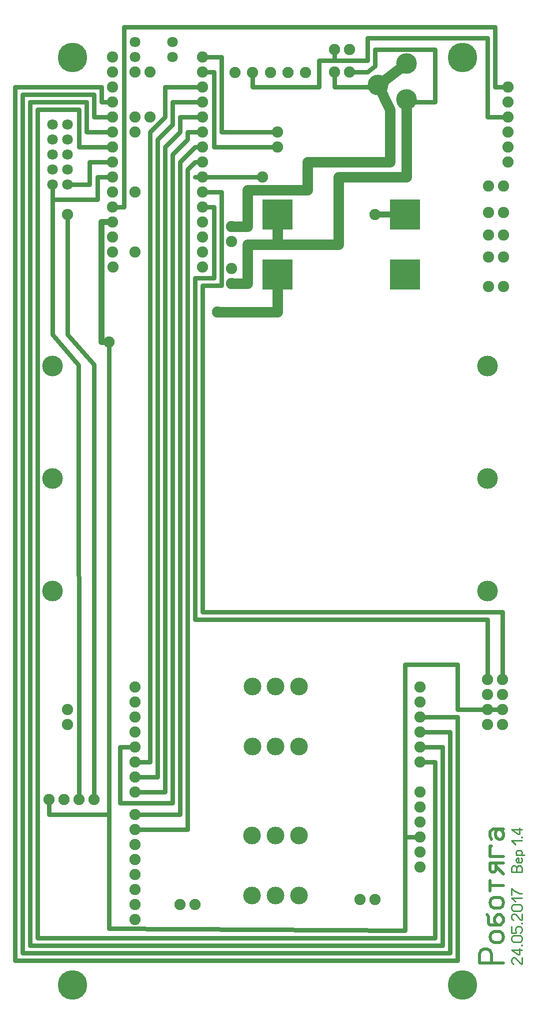
<source format=gbr>
%FSLAX34Y34*%
%MOMM*%
%LNCOPPER_TOP*%
G71*
G01*
%ADD10C, 5.00*%
%ADD11C, 1.80*%
%ADD12C, 0.80*%
%ADD13C, 1.90*%
%ADD14C, 1.90*%
%ADD15C, 0.22*%
%ADD16C, 1.80*%
%ADD17C, 0.50*%
%ADD18C, 3.50*%
%ADD19C, 3.00*%
%ADD20C, 1.80*%
%ADD21C, 1.00*%
%ADD22R, 5.08X5.08*%
%LPD*%
X110000Y-1635000D02*
G54D10*
D03*
X770000Y-1635000D02*
G54D10*
D03*
X101600Y-228600D02*
G54D11*
D03*
X101500Y-279400D02*
G54D11*
D03*
G54D12*
X177800Y-241300D02*
X138925Y-241300D01*
X138925Y-279400D01*
X101500Y-279400D01*
G54D12*
X330200Y-114300D02*
X266700Y-114300D01*
X266700Y-165100D01*
X241300Y-190500D01*
X241300Y-1257300D01*
X215900Y-1257300D01*
G54D12*
X330200Y-139700D02*
X279400Y-139700D01*
X279400Y-177800D01*
X254000Y-203200D01*
X254000Y-1282700D01*
X215900Y-1282700D01*
G54D12*
X215900Y-1308100D02*
X266700Y-1308100D01*
X266700Y-215900D01*
X292100Y-190500D01*
X292100Y-165100D01*
X330200Y-165100D01*
G54D12*
X215900Y-1231900D02*
X190500Y-1231900D01*
X190500Y-1295400D01*
X190500Y-1327150D01*
X279400Y-1327150D01*
X279400Y-228600D01*
X304800Y-203200D01*
X304800Y-190500D01*
X330200Y-190500D01*
G54D12*
X215900Y-1346200D02*
X292100Y-1346200D01*
X292100Y-241300D01*
X317500Y-215900D01*
X330200Y-215900D01*
G54D12*
X330200Y-241300D02*
X317500Y-241300D01*
X304800Y-254000D01*
X304800Y-1371600D01*
X215900Y-1371600D01*
X215900Y-292100D02*
G54D13*
D03*
X215900Y-393700D02*
G54D13*
D03*
X384650Y-90400D02*
G54D14*
D03*
X414650Y-90400D02*
G54D14*
D03*
X444650Y-90400D02*
G54D14*
D03*
X474650Y-90400D02*
G54D14*
D03*
X504650Y-90400D02*
G54D14*
D03*
X698500Y-1130300D02*
G54D13*
D03*
X698500Y-1155700D02*
G54D13*
D03*
X698500Y-1181100D02*
G54D13*
D03*
X698500Y-1206500D02*
G54D13*
D03*
X698500Y-1231900D02*
G54D13*
D03*
X698500Y-1257300D02*
G54D13*
D03*
X698500Y-1308100D02*
G54D13*
D03*
X698500Y-1333500D02*
G54D13*
D03*
X698500Y-1358900D02*
G54D13*
D03*
X698500Y-1384300D02*
G54D13*
D03*
X698500Y-1409700D02*
G54D13*
D03*
X698500Y-1435100D02*
G54D13*
D03*
X215900Y-1130300D02*
G54D13*
D03*
X215900Y-1155700D02*
G54D13*
D03*
X215900Y-1181100D02*
G54D13*
D03*
X215900Y-1206500D02*
G54D13*
D03*
X215900Y-1231900D02*
G54D13*
D03*
X215900Y-1257300D02*
G54D13*
D03*
X215900Y-1282700D02*
G54D13*
D03*
X215900Y-1308100D02*
G54D13*
D03*
X215900Y-1346200D02*
G54D13*
D03*
X215900Y-1371600D02*
G54D13*
D03*
X215900Y-1397000D02*
G54D13*
D03*
X215900Y-1422400D02*
G54D13*
D03*
X215900Y-1447800D02*
G54D13*
D03*
X215900Y-1473200D02*
G54D13*
D03*
X215900Y-1498600D02*
G54D13*
D03*
X215900Y-1524000D02*
G54D13*
D03*
G54D12*
X171450Y-546100D02*
X171450Y-1539875D01*
X673100Y-1543050D01*
X673100Y-1384300D01*
X698500Y-1384300D01*
X846900Y-114300D02*
G54D13*
D03*
X846900Y-139700D02*
G54D13*
D03*
X846900Y-165100D02*
G54D13*
D03*
X846900Y-190500D02*
G54D13*
D03*
X846900Y-215900D02*
G54D13*
D03*
X846900Y-241300D02*
G54D13*
D03*
X177800Y-63500D02*
G54D13*
D03*
X177800Y-88900D02*
G54D13*
D03*
X177800Y-114300D02*
G54D13*
D03*
X177800Y-139700D02*
G54D13*
D03*
X177800Y-165100D02*
G54D13*
D03*
X177800Y-190500D02*
G54D13*
D03*
X177800Y-215900D02*
G54D13*
D03*
X177800Y-241300D02*
G54D13*
D03*
X177800Y-266700D02*
G54D13*
D03*
X177800Y-292100D02*
G54D13*
D03*
X177800Y-317500D02*
G54D13*
D03*
X177800Y-342900D02*
G54D13*
D03*
X177800Y-368300D02*
G54D13*
D03*
X177800Y-393700D02*
G54D13*
D03*
X178600Y-419100D02*
G54D13*
D03*
X330200Y-63500D02*
G54D13*
D03*
X330200Y-114300D02*
G54D13*
D03*
X330200Y-139700D02*
G54D13*
D03*
X330200Y-165100D02*
G54D13*
D03*
X330200Y-190500D02*
G54D13*
D03*
X330200Y-215900D02*
G54D13*
D03*
X330200Y-241300D02*
G54D13*
D03*
X330200Y-266700D02*
G54D13*
D03*
X330200Y-292100D02*
G54D13*
D03*
X330200Y-317500D02*
G54D13*
D03*
X330200Y-342900D02*
G54D13*
D03*
X330200Y-368300D02*
G54D13*
D03*
X330200Y-393700D02*
G54D13*
D03*
X330200Y-419100D02*
G54D13*
D03*
X330200Y-88900D02*
G54D13*
D03*
G54D12*
X698500Y-1257300D02*
X723900Y-1257300D01*
X723900Y-1555750D01*
X50800Y-1555750D01*
X50800Y-152400D01*
X120650Y-152400D01*
X120650Y-215900D01*
X177800Y-215900D01*
G54D12*
X698500Y-1231900D02*
X736600Y-1231900D01*
X736600Y-1568450D01*
X38100Y-1568450D01*
X38100Y-139700D01*
X133350Y-139700D01*
X133350Y-190500D01*
X177800Y-190500D01*
G54D12*
X177800Y-165100D02*
X146050Y-165100D01*
X146050Y-127000D01*
X25400Y-127000D01*
X25400Y-1581150D01*
X749300Y-1581150D01*
X749300Y-1206500D01*
X698500Y-1206500D01*
G54D12*
X698500Y-1181100D02*
X762000Y-1181100D01*
X762000Y-1593850D01*
X12700Y-1593850D01*
X12700Y-114300D01*
X158750Y-114300D01*
X158750Y-139700D01*
X177800Y-139700D01*
G54D12*
X414338Y-90488D02*
X414338Y-114300D01*
X527050Y-114300D01*
X527050Y-69850D01*
X609600Y-69850D01*
X609600Y-31750D01*
X812800Y-31750D01*
X812800Y-165100D01*
X846900Y-165100D01*
G54D12*
X330200Y-63500D02*
X361950Y-63500D01*
X361950Y-190500D01*
X457200Y-190500D01*
G54D12*
X457200Y-215900D02*
X349250Y-215900D01*
X349250Y-88900D01*
X330200Y-88900D01*
G54D15*
X870800Y-1588808D02*
X870800Y-1599475D01*
X869689Y-1599475D01*
X867467Y-1598142D01*
X860800Y-1590142D01*
X858578Y-1588808D01*
X856356Y-1588808D01*
X854133Y-1590142D01*
X853022Y-1592808D01*
X853022Y-1595475D01*
X854133Y-1598142D01*
X856356Y-1599475D01*
G54D15*
X870800Y-1575919D02*
X853022Y-1575919D01*
X864133Y-1583919D01*
X866356Y-1583919D01*
X866356Y-1573252D01*
G54D15*
X870800Y-1567296D02*
X870800Y-1568363D01*
X869911Y-1568363D01*
X869911Y-1567296D01*
X870800Y-1567296D01*
X870800Y-1568363D01*
G54D15*
X856356Y-1551740D02*
X867467Y-1551740D01*
X869689Y-1553074D01*
X870800Y-1555740D01*
X870800Y-1558407D01*
X869689Y-1561074D01*
X867467Y-1562407D01*
X856356Y-1562407D01*
X854133Y-1561074D01*
X853022Y-1558407D01*
X853022Y-1555740D01*
X854133Y-1553074D01*
X856356Y-1551740D01*
G54D15*
X853022Y-1536184D02*
X853022Y-1546851D01*
X860800Y-1546851D01*
X860800Y-1545518D01*
X859689Y-1542851D01*
X859689Y-1540184D01*
X860800Y-1537518D01*
X863022Y-1536184D01*
X867467Y-1536184D01*
X869689Y-1537518D01*
X870800Y-1540184D01*
X870800Y-1542851D01*
X869689Y-1545518D01*
X867467Y-1546851D01*
G54D15*
X870800Y-1530228D02*
X870800Y-1531295D01*
X869911Y-1531295D01*
X869911Y-1530228D01*
X870800Y-1530228D01*
X870800Y-1531295D01*
G54D15*
X870800Y-1514672D02*
X870800Y-1525339D01*
X869689Y-1525339D01*
X867467Y-1524006D01*
X860800Y-1516006D01*
X858578Y-1514672D01*
X856356Y-1514672D01*
X854133Y-1516006D01*
X853022Y-1518672D01*
X853022Y-1521339D01*
X854133Y-1524006D01*
X856356Y-1525339D01*
G54D15*
X856356Y-1499116D02*
X867467Y-1499116D01*
X869689Y-1500450D01*
X870800Y-1503116D01*
X870800Y-1505783D01*
X869689Y-1508450D01*
X867467Y-1509783D01*
X856356Y-1509783D01*
X854133Y-1508450D01*
X853022Y-1505783D01*
X853022Y-1503116D01*
X854133Y-1500450D01*
X856356Y-1499116D01*
G54D15*
X859689Y-1494227D02*
X853022Y-1487560D01*
X870800Y-1487560D01*
G54D15*
X853022Y-1482671D02*
X853022Y-1472004D01*
X855244Y-1473338D01*
X858578Y-1476004D01*
X863022Y-1478671D01*
X866356Y-1480004D01*
X870800Y-1480004D01*
X838200Y-1193800D02*
G54D13*
D03*
X838200Y-1168400D02*
G54D13*
D03*
X838200Y-1143000D02*
G54D13*
D03*
X838200Y-1117600D02*
G54D13*
D03*
X812800Y-1117600D02*
G54D13*
D03*
X812800Y-1143000D02*
G54D13*
D03*
X812800Y-1168400D02*
G54D13*
D03*
X812800Y-1193800D02*
G54D13*
D03*
G54D12*
X698500Y-1384300D02*
X673100Y-1384300D01*
X673100Y-1092200D01*
X762000Y-1092200D01*
X762000Y-1168400D01*
X838200Y-1168400D01*
G54D12*
X330200Y-292100D02*
X361950Y-292100D01*
X361950Y-450850D01*
X330200Y-450850D01*
X330200Y-1003300D01*
X838200Y-1003300D01*
X838200Y-1117600D01*
G54D12*
X330200Y-317500D02*
X349250Y-317500D01*
X349250Y-438150D01*
X317500Y-438150D01*
X317500Y-1016000D01*
X812800Y-1016000D01*
X812800Y-1117600D01*
G54D16*
X675000Y-75000D02*
X627000Y-111000D01*
X647700Y-152400D01*
X647700Y-241300D01*
X508000Y-241300D01*
X508000Y-288650D01*
X406400Y-288650D01*
X406400Y-351250D01*
X379250Y-351250D01*
G54D16*
X675000Y-136000D02*
X675000Y-267300D01*
X560000Y-267300D01*
X560000Y-381100D01*
X406400Y-381100D01*
X406400Y-447350D01*
X379250Y-447350D01*
G54D12*
X177800Y-266700D02*
X152400Y-266700D01*
X152400Y-304800D01*
X76200Y-304800D01*
X76200Y-279400D01*
G54D12*
X101600Y-330200D02*
X101600Y-533400D01*
X146050Y-584200D01*
X146050Y-1308100D01*
X146050Y-1320800D01*
G54D12*
X76200Y-279400D02*
X76200Y-533400D01*
X120297Y-585449D01*
X120650Y-1295400D01*
X120650Y-1320800D01*
X69850Y-1320800D02*
G54D13*
D03*
X95250Y-1320800D02*
G54D13*
D03*
X120650Y-1320800D02*
G54D13*
D03*
X146050Y-1320800D02*
G54D13*
D03*
G54D12*
X171450Y-1346200D02*
X69850Y-1346200D01*
X69850Y-1320800D01*
G54D17*
X839250Y-1597900D02*
X799250Y-1597900D01*
X799250Y-1582900D01*
X801750Y-1576900D01*
X806750Y-1573900D01*
X811750Y-1573900D01*
X816750Y-1576900D01*
X819250Y-1582900D01*
X819250Y-1597900D01*
G54D17*
X833250Y-1544900D02*
X823250Y-1544900D01*
X818250Y-1547900D01*
X816750Y-1553900D01*
X818250Y-1559900D01*
X823250Y-1562900D01*
X833250Y-1562900D01*
X838250Y-1559900D01*
X839250Y-1553900D01*
X838250Y-1547900D01*
X833250Y-1544900D01*
G54D17*
X834250Y-1533900D02*
X829250Y-1533900D01*
X824250Y-1527900D01*
X824250Y-1521900D01*
X829250Y-1515900D01*
X834250Y-1515900D01*
X839250Y-1521900D01*
X839250Y-1527900D01*
X834250Y-1533900D01*
G54D17*
X829250Y-1533900D02*
X816750Y-1533900D01*
X814250Y-1530900D01*
X814250Y-1518900D01*
X811750Y-1515900D01*
G54D17*
X833250Y-1486900D02*
X823250Y-1486900D01*
X818250Y-1489900D01*
X816750Y-1495900D01*
X818250Y-1501900D01*
X823250Y-1504900D01*
X833250Y-1504900D01*
X838250Y-1501900D01*
X839250Y-1495900D01*
X838250Y-1489900D01*
X833250Y-1486900D01*
G54D17*
X816750Y-1475900D02*
X816750Y-1457900D01*
G54D17*
X839250Y-1466900D02*
X816750Y-1466900D01*
G54D17*
X839250Y-1446900D02*
X826750Y-1434900D01*
X826750Y-1428900D01*
X826750Y-1440900D01*
X824250Y-1443900D01*
X819250Y-1443900D01*
X816750Y-1440900D01*
X816750Y-1428900D01*
X839250Y-1428900D01*
G54D17*
X839250Y-1417900D02*
X816750Y-1417900D01*
X816750Y-1399900D01*
X819250Y-1399900D01*
G54D17*
X819250Y-1388900D02*
X816750Y-1382900D01*
X816750Y-1375700D01*
X821750Y-1370900D01*
X839250Y-1370900D01*
G54D17*
X831750Y-1370900D02*
X826750Y-1373900D01*
X825750Y-1379900D01*
X826750Y-1385900D01*
X831750Y-1388900D01*
X836750Y-1387700D01*
X839250Y-1382900D01*
X839250Y-1379900D01*
X839250Y-1378700D01*
X836750Y-1373900D01*
X831750Y-1370900D01*
G54D15*
X870750Y-1443675D02*
X852972Y-1443675D01*
X852972Y-1437008D01*
X854083Y-1434342D01*
X856306Y-1433008D01*
X858528Y-1433008D01*
X860750Y-1434342D01*
X861861Y-1437008D01*
X862972Y-1434342D01*
X865194Y-1433008D01*
X867417Y-1433008D01*
X869639Y-1434342D01*
X870750Y-1437008D01*
X870750Y-1443675D01*
G54D15*
X861861Y-1443675D02*
X861861Y-1437008D01*
G54D15*
X869639Y-1420119D02*
X870750Y-1422252D01*
X870750Y-1424919D01*
X869639Y-1427586D01*
X867417Y-1428119D01*
X863639Y-1428119D01*
X861417Y-1426786D01*
X860750Y-1424119D01*
X861417Y-1421452D01*
X862972Y-1420119D01*
X865194Y-1420119D01*
X865194Y-1428119D01*
G54D15*
X860750Y-1415230D02*
X875194Y-1415230D01*
G54D15*
X867417Y-1415230D02*
X870306Y-1413897D01*
X870750Y-1411230D01*
X870306Y-1408563D01*
X868083Y-1407230D01*
X863639Y-1407230D01*
X861417Y-1408563D01*
X860750Y-1411230D01*
X861417Y-1413897D01*
X864083Y-1415230D01*
G54D15*
X859639Y-1397185D02*
X852972Y-1390518D01*
X870750Y-1390518D01*
G54D15*
X870750Y-1384562D02*
X870750Y-1385629D01*
X869861Y-1385629D01*
X869861Y-1384562D01*
X870750Y-1384562D01*
X870750Y-1385629D01*
G54D15*
X870750Y-1371673D02*
X852972Y-1371673D01*
X864083Y-1379673D01*
X866306Y-1379673D01*
X866306Y-1369006D01*
X101600Y-330200D02*
G54D13*
D03*
X76200Y-587375D02*
G54D18*
D03*
X76200Y-968375D02*
G54D18*
D03*
X812800Y-968375D02*
G54D18*
D03*
X812800Y-587375D02*
G54D18*
D03*
X76200Y-777875D02*
G54D18*
D03*
X812800Y-777875D02*
G54D18*
D03*
X215900Y-190500D02*
G54D13*
D03*
X241300Y-165100D02*
G54D13*
D03*
X215900Y-165100D02*
G54D13*
D03*
X241300Y-88900D02*
G54D13*
D03*
X215900Y-88900D02*
G54D13*
D03*
X493200Y-1382500D02*
G54D19*
D03*
X453600Y-1382500D02*
G54D19*
D03*
X414000Y-1382500D02*
G54D19*
D03*
X414200Y-1130200D02*
G54D19*
D03*
X453800Y-1130200D02*
G54D19*
D03*
X493400Y-1130200D02*
G54D19*
D03*
X279400Y-63500D02*
G54D20*
D03*
X215900Y-63500D02*
G54D20*
D03*
X101600Y-1168400D02*
G54D13*
D03*
X101600Y-1193800D02*
G54D13*
D03*
X317500Y-1498600D02*
G54D13*
D03*
X292100Y-1498600D02*
G54D13*
D03*
X596900Y-1490662D02*
G54D13*
D03*
X622300Y-1490662D02*
G54D13*
D03*
X414200Y-1231800D02*
G54D19*
D03*
X453800Y-1231800D02*
G54D19*
D03*
X493400Y-1231800D02*
G54D19*
D03*
X493200Y-1484100D02*
G54D19*
D03*
X453600Y-1484100D02*
G54D19*
D03*
X414000Y-1484100D02*
G54D19*
D03*
X675000Y-75000D02*
G54D18*
D03*
X627000Y-111000D02*
G54D18*
D03*
X675000Y-136000D02*
G54D18*
D03*
X457200Y-190500D02*
G54D13*
D03*
X457200Y-215900D02*
G54D13*
D03*
X431800Y-266700D02*
G54D13*
D03*
G54D12*
X317500Y-266700D02*
X431800Y-266700D01*
G54D12*
X846900Y-114300D02*
X825500Y-114300D01*
X825500Y-12700D01*
X596900Y-12700D01*
X546100Y-12700D01*
X196850Y-12700D01*
X196850Y-317500D01*
X177800Y-317500D01*
X579200Y-88900D02*
G54D13*
D03*
X553800Y-88900D02*
G54D13*
D03*
G54D12*
X553800Y-88900D02*
X553800Y-114300D01*
X622300Y-114300D01*
G54D12*
X673100Y-139700D02*
X723900Y-139700D01*
X723900Y-50800D01*
X622300Y-50800D01*
X622300Y-79375D01*
X609600Y-88900D01*
X579200Y-88900D01*
X553800Y-50800D02*
G54D13*
D03*
X579200Y-50800D02*
G54D13*
D03*
G54D12*
X553800Y-69850D02*
X553800Y-50800D01*
X279400Y-38100D02*
G54D20*
D03*
X215900Y-38100D02*
G54D20*
D03*
X622300Y-330200D02*
G54D13*
D03*
X355600Y-495300D02*
G54D13*
D03*
G54D16*
X457200Y-431800D02*
X457200Y-495300D01*
X355600Y-495300D01*
G54D21*
X673100Y-330200D02*
X622300Y-330200D01*
G54D16*
X457200Y-330200D02*
X457200Y-381000D01*
G54D21*
X177800Y-342900D02*
X158750Y-342900D01*
X158750Y-546100D01*
X171450Y-546100D01*
X171450Y-546100D02*
G54D13*
D03*
X457200Y-330200D02*
G54D22*
D03*
X457200Y-431800D02*
G54D22*
D03*
X673100Y-330200D02*
G54D22*
D03*
X673100Y-431800D02*
G54D22*
D03*
X770000Y-65000D02*
G54D10*
D03*
X110000Y-65000D02*
G54D10*
D03*
X839250Y-282350D02*
G54D13*
D03*
X839250Y-327350D02*
G54D13*
D03*
X839250Y-364850D02*
G54D13*
D03*
X839250Y-402350D02*
G54D13*
D03*
X839250Y-452350D02*
G54D13*
D03*
X813850Y-282350D02*
G54D13*
D03*
X813850Y-327350D02*
G54D13*
D03*
X813850Y-364850D02*
G54D13*
D03*
X813850Y-402350D02*
G54D13*
D03*
X813850Y-452350D02*
G54D13*
D03*
X379250Y-351250D02*
G54D13*
D03*
X379250Y-376650D02*
G54D13*
D03*
X379250Y-447350D02*
G54D13*
D03*
X379250Y-421950D02*
G54D13*
D03*
X76200Y-279400D02*
G54D11*
D03*
X101600Y-254000D02*
G54D11*
D03*
X76200Y-203200D02*
G54D11*
D03*
X76200Y-228600D02*
G54D11*
D03*
X76100Y-177800D02*
G54D11*
D03*
X101500Y-177800D02*
G54D11*
D03*
X101500Y-203200D02*
G54D11*
D03*
X76200Y-254000D02*
G54D11*
D03*
M02*

</source>
